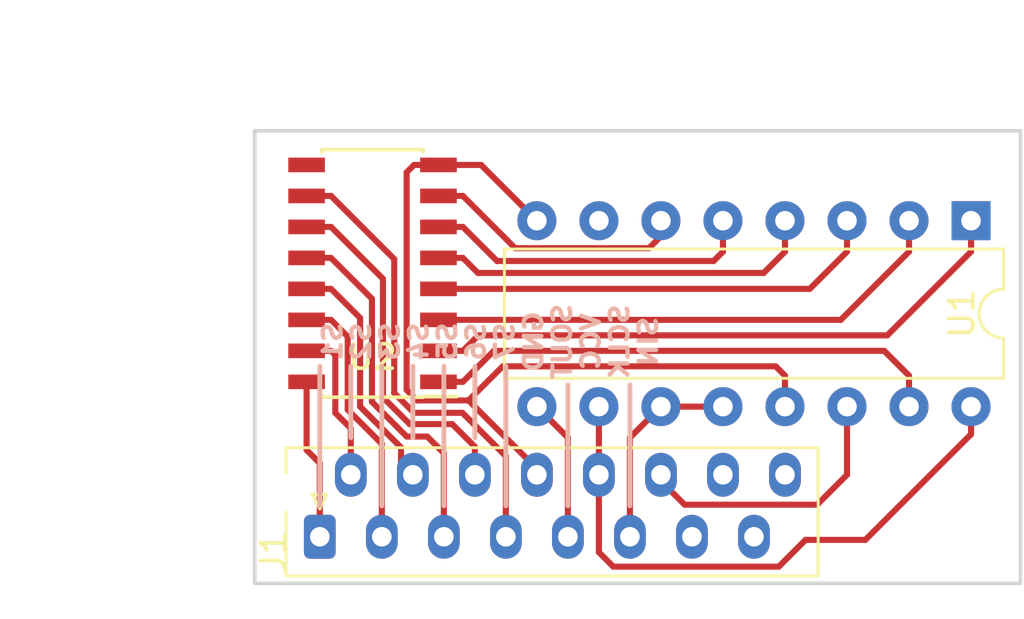
<source format=kicad_pcb>
(kicad_pcb (version 20171130) (host pcbnew 5.0.2+dfsg1-1)

  (general
    (thickness 1.6)
    (drawings 16)
    (tracks 112)
    (zones 0)
    (modules 3)
    (nets 20)
  )

  (page A4)
  (layers
    (0 F.Cu signal)
    (31 B.Cu signal)
    (32 B.Adhes user)
    (33 F.Adhes user)
    (34 B.Paste user)
    (35 F.Paste user)
    (36 B.SilkS user)
    (37 F.SilkS user)
    (38 B.Mask user)
    (39 F.Mask user)
    (40 Dwgs.User user)
    (41 Cmts.User user)
    (42 Eco1.User user)
    (43 Eco2.User user)
    (44 Edge.Cuts user)
    (45 Margin user)
    (46 B.CrtYd user)
    (47 F.CrtYd user)
    (48 B.Fab user)
    (49 F.Fab user)
  )

  (setup
    (last_trace_width 0.25)
    (trace_clearance 0.2)
    (zone_clearance 0.508)
    (zone_45_only no)
    (trace_min 0.2)
    (segment_width 0.2)
    (edge_width 0.15)
    (via_size 0.8)
    (via_drill 0.4)
    (via_min_size 0.4)
    (via_min_drill 0.3)
    (uvia_size 0.3)
    (uvia_drill 0.1)
    (uvias_allowed no)
    (uvia_min_size 0.2)
    (uvia_min_drill 0.1)
    (pcb_text_width 0.3)
    (pcb_text_size 1.5 1.5)
    (mod_edge_width 0.15)
    (mod_text_size 1 1)
    (mod_text_width 0.15)
    (pad_size 1.524 1.524)
    (pad_drill 0.762)
    (pad_to_mask_clearance 0.051)
    (solder_mask_min_width 0.25)
    (aux_axis_origin 0 0)
    (visible_elements FFFFFF7F)
    (pcbplotparams
      (layerselection 0x010fc_ffffffff)
      (usegerberextensions false)
      (usegerberattributes false)
      (usegerberadvancedattributes false)
      (creategerberjobfile false)
      (excludeedgelayer true)
      (linewidth 0.100000)
      (plotframeref false)
      (viasonmask false)
      (mode 1)
      (useauxorigin false)
      (hpglpennumber 1)
      (hpglpenspeed 20)
      (hpglpendiameter 15.000000)
      (psnegative false)
      (psa4output false)
      (plotreference true)
      (plotvalue true)
      (plotinvisibletext false)
      (padsonsilk false)
      (subtractmaskfromsilk false)
      (outputformat 1)
      (mirror false)
      (drillshape 1)
      (scaleselection 1)
      (outputdirectory ""))
  )

  (net 0 "")
  (net 1 /S1)
  (net 2 /S3)
  (net 3 /S5)
  (net 4 /S7)
  (net 5 /VCC)
  (net 6 /SCLK)
  (net 7 /S2)
  (net 8 /S4)
  (net 9 /S6)
  (net 10 /GND)
  (net 11 /SIN)
  (net 12 /SOUT)
  (net 13 "Net-(U1-Pad1)")
  (net 14 "Net-(U1-Pad2)")
  (net 15 "Net-(U1-Pad3)")
  (net 16 "Net-(U1-Pad4)")
  (net 17 "Net-(U1-Pad5)")
  (net 18 "Net-(U1-Pad6)")
  (net 19 "Net-(U1-Pad15)")

  (net_class Default "Ceci est la Netclass par défaut."
    (clearance 0.2)
    (trace_width 0.25)
    (via_dia 0.8)
    (via_drill 0.4)
    (uvia_dia 0.3)
    (uvia_drill 0.1)
    (add_net /GND)
    (add_net /S1)
    (add_net /S2)
    (add_net /S3)
    (add_net /S4)
    (add_net /S5)
    (add_net /S6)
    (add_net /S7)
    (add_net /SCLK)
    (add_net /SIN)
    (add_net /SOUT)
    (add_net /VCC)
    (add_net "Net-(U1-Pad1)")
    (add_net "Net-(U1-Pad15)")
    (add_net "Net-(U1-Pad2)")
    (add_net "Net-(U1-Pad3)")
    (add_net "Net-(U1-Pad4)")
    (add_net "Net-(U1-Pad5)")
    (add_net "Net-(U1-Pad6)")
  )

  (module Package_DIP:DIP-16_W7.62mm (layer F.Cu) (tedit 5A02E8C5) (tstamp 5EAC2E1C)
    (at 48.768 31.623 270)
    (descr "16-lead though-hole mounted DIP package, row spacing 7.62 mm (300 mils)")
    (tags "THT DIP DIL PDIP 2.54mm 7.62mm 300mil")
    (path /5E9F2D6B)
    (fp_text reference U1 (at 3.81 0.381 270) (layer F.SilkS)
      (effects (font (size 1 1) (thickness 0.15)))
    )
    (fp_text value 74HC595 (at 3.683 14.351) (layer F.Fab)
      (effects (font (size 1 1) (thickness 0.15)))
    )
    (fp_arc (start 3.81 -1.33) (end 2.81 -1.33) (angle -180) (layer F.SilkS) (width 0.12))
    (fp_line (start 1.635 -1.27) (end 6.985 -1.27) (layer F.Fab) (width 0.1))
    (fp_line (start 6.985 -1.27) (end 6.985 19.05) (layer F.Fab) (width 0.1))
    (fp_line (start 6.985 19.05) (end 0.635 19.05) (layer F.Fab) (width 0.1))
    (fp_line (start 0.635 19.05) (end 0.635 -0.27) (layer F.Fab) (width 0.1))
    (fp_line (start 0.635 -0.27) (end 1.635 -1.27) (layer F.Fab) (width 0.1))
    (fp_line (start 2.81 -1.33) (end 1.16 -1.33) (layer F.SilkS) (width 0.12))
    (fp_line (start 1.16 -1.33) (end 1.16 19.11) (layer F.SilkS) (width 0.12))
    (fp_line (start 1.16 19.11) (end 6.46 19.11) (layer F.SilkS) (width 0.12))
    (fp_line (start 6.46 19.11) (end 6.46 -1.33) (layer F.SilkS) (width 0.12))
    (fp_line (start 6.46 -1.33) (end 4.81 -1.33) (layer F.SilkS) (width 0.12))
    (fp_line (start -1.1 -1.55) (end -1.1 19.3) (layer F.CrtYd) (width 0.05))
    (fp_line (start -1.1 19.3) (end 8.7 19.3) (layer F.CrtYd) (width 0.05))
    (fp_line (start 8.7 19.3) (end 8.7 -1.55) (layer F.CrtYd) (width 0.05))
    (fp_line (start 8.7 -1.55) (end -1.1 -1.55) (layer F.CrtYd) (width 0.05))
    (fp_text user %R (at 3.556 9.398) (layer F.Fab)
      (effects (font (size 1 1) (thickness 0.15)))
    )
    (pad 1 thru_hole rect (at 0 0 270) (size 1.6 1.6) (drill 0.8) (layers *.Cu *.Mask)
      (net 13 "Net-(U1-Pad1)"))
    (pad 9 thru_hole oval (at 7.62 17.78 270) (size 1.6 1.6) (drill 0.8) (layers *.Cu *.Mask)
      (net 12 /SOUT))
    (pad 2 thru_hole oval (at 0 2.54 270) (size 1.6 1.6) (drill 0.8) (layers *.Cu *.Mask)
      (net 14 "Net-(U1-Pad2)"))
    (pad 10 thru_hole oval (at 7.62 15.24 270) (size 1.6 1.6) (drill 0.8) (layers *.Cu *.Mask)
      (net 5 /VCC))
    (pad 3 thru_hole oval (at 0 5.08 270) (size 1.6 1.6) (drill 0.8) (layers *.Cu *.Mask)
      (net 15 "Net-(U1-Pad3)"))
    (pad 11 thru_hole oval (at 7.62 12.7 270) (size 1.6 1.6) (drill 0.8) (layers *.Cu *.Mask)
      (net 6 /SCLK))
    (pad 4 thru_hole oval (at 0 7.62 270) (size 1.6 1.6) (drill 0.8) (layers *.Cu *.Mask)
      (net 16 "Net-(U1-Pad4)"))
    (pad 12 thru_hole oval (at 7.62 10.16 270) (size 1.6 1.6) (drill 0.8) (layers *.Cu *.Mask)
      (net 6 /SCLK))
    (pad 5 thru_hole oval (at 0 10.16 270) (size 1.6 1.6) (drill 0.8) (layers *.Cu *.Mask)
      (net 17 "Net-(U1-Pad5)"))
    (pad 13 thru_hole oval (at 7.62 7.62 270) (size 1.6 1.6) (drill 0.8) (layers *.Cu *.Mask)
      (net 10 /GND))
    (pad 6 thru_hole oval (at 0 12.7 270) (size 1.6 1.6) (drill 0.8) (layers *.Cu *.Mask)
      (net 18 "Net-(U1-Pad6)"))
    (pad 14 thru_hole oval (at 7.62 5.08 270) (size 1.6 1.6) (drill 0.8) (layers *.Cu *.Mask)
      (net 11 /SIN))
    (pad 7 thru_hole oval (at 0 15.24 270) (size 1.6 1.6) (drill 0.8) (layers *.Cu *.Mask))
    (pad 15 thru_hole oval (at 7.62 2.54 270) (size 1.6 1.6) (drill 0.8) (layers *.Cu *.Mask)
      (net 19 "Net-(U1-Pad15)"))
    (pad 8 thru_hole oval (at 0 17.78 270) (size 1.6 1.6) (drill 0.8) (layers *.Cu *.Mask)
      (net 10 /GND))
    (pad 16 thru_hole oval (at 7.62 0 270) (size 1.6 1.6) (drill 0.8) (layers *.Cu *.Mask)
      (net 5 /VCC))
    (model ${KISYS3DMOD}/Package_DIP.3dshapes/DIP-16_W7.62mm.wrl
      (at (xyz 0 0 0))
      (scale (xyz 1 1 1))
      (rotate (xyz 0 0 0))
    )
  )

  (module Package_SO:SOIC-16_3.9x9.9mm_P1.27mm (layer F.Cu) (tedit 5E9F3989) (tstamp 5EAC28C6)
    (at 24.257 33.782 180)
    (descr "16-Lead Plastic Small Outline (SL) - Narrow, 3.90 mm Body [SOIC] (see Microchip Packaging Specification 00000049BS.pdf)")
    (tags "SOIC 1.27")
    (path /5E9F2F28)
    (attr smd)
    (fp_text reference U2 (at 0 -3.429 180) (layer F.SilkS)
      (effects (font (size 1 1) (thickness 0.15)))
    )
    (fp_text value ULN2003 (at 0.889 1.016 270) (layer F.Fab)
      (effects (font (size 1 1) (thickness 0.15)))
    )
    (fp_text user %R (at -0.635 -0.254 270) (layer F.Fab)
      (effects (font (size 0.9 0.9) (thickness 0.135)))
    )
    (fp_line (start -0.95 -4.95) (end 1.95 -4.95) (layer F.Fab) (width 0.15))
    (fp_line (start 1.95 -4.95) (end 1.95 4.95) (layer F.Fab) (width 0.15))
    (fp_line (start 1.95 4.95) (end -1.95 4.95) (layer F.Fab) (width 0.15))
    (fp_line (start -1.95 4.95) (end -1.95 -3.95) (layer F.Fab) (width 0.15))
    (fp_line (start -1.95 -3.95) (end -0.95 -4.95) (layer F.Fab) (width 0.15))
    (fp_line (start -3.7 -5.25) (end -3.7 5.25) (layer F.CrtYd) (width 0.05))
    (fp_line (start 3.7 -5.25) (end 3.7 5.25) (layer F.CrtYd) (width 0.05))
    (fp_line (start -3.7 -5.25) (end 3.7 -5.25) (layer F.CrtYd) (width 0.05))
    (fp_line (start -3.7 5.25) (end 3.7 5.25) (layer F.CrtYd) (width 0.05))
    (fp_line (start -2.075 -5.075) (end -2.075 -5.05) (layer F.SilkS) (width 0.15))
    (fp_line (start 2.075 -5.075) (end 2.075 -4.97) (layer F.SilkS) (width 0.15))
    (fp_line (start 2.075 5.075) (end 2.075 4.97) (layer F.SilkS) (width 0.15))
    (fp_line (start -2.075 5.075) (end -2.075 4.97) (layer F.SilkS) (width 0.15))
    (fp_line (start -2.075 -5.075) (end 2.075 -5.075) (layer F.SilkS) (width 0.15))
    (fp_line (start -2.075 5.075) (end 2.075 5.075) (layer F.SilkS) (width 0.15))
    (fp_line (start -2.075 -5.05) (end -3.45 -5.05) (layer F.SilkS) (width 0.15))
    (pad 1 smd rect (at -2.7 -4.445 180) (size 1.5 0.6) (layers F.Cu F.Paste F.Mask)
      (net 19 "Net-(U1-Pad15)"))
    (pad 2 smd rect (at -2.7 -3.175 180) (size 1.5 0.6) (layers F.Cu F.Paste F.Mask)
      (net 13 "Net-(U1-Pad1)"))
    (pad 3 smd rect (at -2.7 -1.905 180) (size 1.5 0.6) (layers F.Cu F.Paste F.Mask)
      (net 14 "Net-(U1-Pad2)"))
    (pad 4 smd rect (at -2.7 -0.635 180) (size 1.5 0.6) (layers F.Cu F.Paste F.Mask)
      (net 15 "Net-(U1-Pad3)"))
    (pad 5 smd rect (at -2.7 0.635 180) (size 1.5 0.6) (layers F.Cu F.Paste F.Mask)
      (net 16 "Net-(U1-Pad4)"))
    (pad 6 smd rect (at -2.7 1.905 180) (size 1.5 0.6) (layers F.Cu F.Paste F.Mask)
      (net 17 "Net-(U1-Pad5)"))
    (pad 7 smd rect (at -2.7 3.175 180) (size 1.5 0.6) (layers F.Cu F.Paste F.Mask)
      (net 18 "Net-(U1-Pad6)"))
    (pad 8 smd rect (at -2.7 4.445 180) (size 1.5 0.6) (layers F.Cu F.Paste F.Mask)
      (net 10 /GND))
    (pad 9 smd rect (at 2.7 4.445 180) (size 1.5 0.6) (layers F.Cu F.Paste F.Mask))
    (pad 10 smd rect (at 2.7 3.175 180) (size 1.5 0.6) (layers F.Cu F.Paste F.Mask)
      (net 4 /S7))
    (pad 11 smd rect (at 2.7 1.905 180) (size 1.5 0.6) (layers F.Cu F.Paste F.Mask)
      (net 9 /S6))
    (pad 12 smd rect (at 2.7 0.635 180) (size 1.5 0.6) (layers F.Cu F.Paste F.Mask)
      (net 3 /S5))
    (pad 13 smd rect (at 2.7 -0.635 180) (size 1.5 0.6) (layers F.Cu F.Paste F.Mask)
      (net 8 /S4))
    (pad 14 smd rect (at 2.7 -1.905 180) (size 1.5 0.6) (layers F.Cu F.Paste F.Mask)
      (net 2 /S3))
    (pad 15 smd rect (at 2.7 -3.175 180) (size 1.5 0.6) (layers F.Cu F.Paste F.Mask)
      (net 7 /S2))
    (pad 16 smd rect (at 2.7 -4.445 180) (size 1.5 0.6) (layers F.Cu F.Paste F.Mask)
      (net 1 /S1))
    (model ${KISYS3DMOD}/Package_SO.3dshapes/SOIC-16_3.9x9.9mm_P1.27mm.wrl
      (at (xyz 0 0 0))
      (scale (xyz 1 1 1))
      (rotate (xyz 0 0 0))
    )
  )

  (module conn_te_micromatch:TE_MicroMatch_215750-0016_2x08_P1.27mm_Vertical (layer F.Cu) (tedit 5E9F481C) (tstamp 5ECA3085)
    (at 22.098 44.577 90)
    (descr "TE Connectivity MicroMatch")
    (tags "connector AMP TE MicroMatch side entry")
    (path /5E9F30D8)
    (fp_text reference J1 (at -0.635 -1.905 270) (layer F.SilkS)
      (effects (font (size 1 1) (thickness 0.15)))
    )
    (fp_text value Conn_01x12_Male (at -2.54 8.89 180) (layer F.Fab)
      (effects (font (size 1 1) (thickness 0.15)))
    )
    (fp_line (start -1.48 -1.27) (end 3.52 -1.27) (layer F.Fab) (width 0.1))
    (fp_line (start -1.61 -1.38) (end 3.65 -1.38) (layer F.SilkS) (width 0.12))
    (fp_line (start 3.52 -1.27) (end 3.52 20.3) (layer F.Fab) (width 0.1))
    (fp_line (start 3.65 -1.38) (end 3.65 20.41) (layer F.SilkS) (width 0.12))
    (fp_line (start 3.52 20.3) (end -1.48 20.3) (layer F.Fab) (width 0.1))
    (fp_line (start 3.65 20.41) (end -1.61 20.41) (layer F.SilkS) (width 0.12))
    (fp_line (start -1.48 -1.27) (end -1.48 -0.5) (layer F.Fab) (width 0.1))
    (fp_line (start -1.48 -0.5) (end -0.98 0) (layer F.Fab) (width 0.1))
    (fp_line (start -0.98 0) (end -1.48 0.5) (layer F.Fab) (width 0.1))
    (fp_line (start -1.48 0.5) (end -1.48 20.3) (layer F.Fab) (width 0.1))
    (fp_line (start -1.61 -1.38) (end -1.61 20.4) (layer F.SilkS) (width 0.12))
    (fp_line (start 1.145 0) (end 1.745 0.3) (layer F.SilkS) (width 0.12))
    (fp_line (start 1.745 0.3) (end 1.745 -0.3) (layer F.SilkS) (width 0.12))
    (fp_line (start 1.745 -0.3) (end 1.145 0) (layer F.SilkS) (width 0.12))
    (fp_text user %R (at -0.635 -1.905 90) (layer F.Fab)
      (effects (font (size 1 1) (thickness 0.15)))
    )
    (pad 1 thru_hole roundrect (at 0 0 90) (size 1.8 1.3) (drill 0.8) (layers *.Cu *.Mask) (roundrect_rratio 0.192308)
      (net 1 /S1))
    (pad 3 thru_hole oval (at 0 2.54 90) (size 1.8 1.3) (drill 0.8) (layers *.Cu *.Mask)
      (net 2 /S3))
    (pad 5 thru_hole oval (at 0 5.08 90) (size 1.8 1.3) (drill 0.8) (layers *.Cu *.Mask)
      (net 3 /S5))
    (pad 7 thru_hole oval (at 0 7.62 90) (size 1.8 1.3) (drill 0.8) (layers *.Cu *.Mask)
      (net 4 /S7))
    (pad 9 thru_hole oval (at 0 10.16 90) (size 1.8 1.3) (drill 0.8) (layers *.Cu *.Mask)
      (net 12 /SOUT))
    (pad 11 thru_hole oval (at 0 12.7 90) (size 1.8 1.3) (drill 0.8) (layers *.Cu *.Mask)
      (net 6 /SCLK))
    (pad 13 thru_hole oval (at 0 15.24 90) (size 1.8 1.3) (drill 0.8) (layers *.Cu *.Mask))
    (pad 15 thru_hole oval (at 0 17.78 90) (size 1.8 1.3) (drill 0.8) (layers *.Cu *.Mask))
    (pad 2 thru_hole oval (at 2.54 1.27 90) (size 1.8 1.3) (drill 0.8) (layers *.Cu *.Mask)
      (net 7 /S2))
    (pad 4 thru_hole oval (at 2.54 3.81 90) (size 1.8 1.3) (drill 0.8) (layers *.Cu *.Mask)
      (net 8 /S4))
    (pad 6 thru_hole oval (at 2.54 6.35 90) (size 1.8 1.3) (drill 0.8) (layers *.Cu *.Mask)
      (net 9 /S6))
    (pad 8 thru_hole oval (at 2.54 8.89 90) (size 1.8 1.3) (drill 0.8) (layers *.Cu *.Mask)
      (net 10 /GND))
    (pad 10 thru_hole oval (at 2.54 11.43 90) (size 1.8 1.3) (drill 0.8) (layers *.Cu *.Mask)
      (net 5 /VCC))
    (pad 12 thru_hole oval (at 2.54 13.97 90) (size 1.8 1.3) (drill 0.8) (layers *.Cu *.Mask)
      (net 11 /SIN))
    (pad 14 thru_hole oval (at 2.54 16.51 90) (size 1.8 1.3) (drill 0.8) (layers *.Cu *.Mask))
    (pad 16 thru_hole oval (at 2.54 19.05 90) (size 1.8 1.3) (drill 0.8) (layers *.Cu *.Mask))
    (pad "" np_thru_hole circle (at 1.8 -1.4 90) (size 1.5 1.5) (drill 1.5) (layers *.Cu *.Mask))
    (model ${KISYS3DMOD}/Connector_Molex.3dshapes/Molex_Picoflex_90325-0016_2x08_P1.27mm_Vertical.wrl
      (at (xyz 0 0 0))
      (scale (xyz 1 1 1))
      (rotate (xyz 0 0 0))
    )
  )

  (dimension 31.369 (width 0.3) (layer Cmts.User)
    (gr_text "31,369 mm" (at 35.1155 23.681) (layer Cmts.User)
      (effects (font (size 1.5 1.5) (thickness 0.3)))
    )
    (feature1 (pts (xy 50.8 27.94) (xy 50.8 25.194579)))
    (feature2 (pts (xy 19.431 27.94) (xy 19.431 25.194579)))
    (crossbar (pts (xy 19.431 25.781) (xy 50.8 25.781)))
    (arrow1a (pts (xy 50.8 25.781) (xy 49.673496 26.367421)))
    (arrow1b (pts (xy 50.8 25.781) (xy 49.673496 25.194579)))
    (arrow2a (pts (xy 19.431 25.781) (xy 20.557504 26.367421)))
    (arrow2b (pts (xy 19.431 25.781) (xy 20.557504 25.194579)))
  )
  (gr_line (start 23.368 40.513) (end 23.368 37.592) (layer B.SilkS) (width 0.2))
  (gr_line (start 22.098 43.307) (end 22.098 37.592) (layer B.SilkS) (width 0.2))
  (gr_line (start 27.178 43.307) (end 27.178 37.592) (layer B.SilkS) (width 0.2))
  (dimension 18.542 (width 0.3) (layer Cmts.User)
    (gr_text "18,542 mm" (at 14.537 37.211 270) (layer Cmts.User)
      (effects (font (size 1.5 1.5) (thickness 0.3)))
    )
    (feature1 (pts (xy 20.066 46.482) (xy 16.050579 46.482)))
    (feature2 (pts (xy 20.066 27.94) (xy 16.050579 27.94)))
    (crossbar (pts (xy 16.637 27.94) (xy 16.637 46.482)))
    (arrow1a (pts (xy 16.637 46.482) (xy 16.050579 45.355496)))
    (arrow1b (pts (xy 16.637 46.482) (xy 17.223421 45.355496)))
    (arrow2a (pts (xy 16.637 27.94) (xy 16.050579 29.066504)))
    (arrow2b (pts (xy 16.637 27.94) (xy 17.223421 29.066504)))
  )
  (gr_line (start 34.798 43.307) (end 34.798 38.354) (layer B.SilkS) (width 0.2))
  (gr_line (start 32.258 43.307) (end 32.258 38.354) (layer B.SilkS) (width 0.2))
  (gr_line (start 29.718 43.307) (end 29.718 37.592) (layer B.SilkS) (width 0.2))
  (gr_line (start 28.448 40.513) (end 28.448 37.592) (layer B.SilkS) (width 0.2))
  (gr_line (start 25.908 40.513) (end 25.908 37.592) (layer B.SilkS) (width 0.2))
  (gr_line (start 24.638 37.592) (end 24.638 43.307) (layer B.SilkS) (width 0.2))
  (gr_text "S1\nS2\nS3\nS4\nS5\nS6\nS7\nGND\nSOUT\nVCC\nSCLK\nSIN" (at 29.083 36.576 90) (layer B.SilkS)
    (effects (font (size 0.73 0.8) (thickness 0.175)) (justify mirror))
  )
  (gr_line (start 19.431 46.482) (end 50.8 46.482) (layer Edge.Cuts) (width 0.15))
  (gr_line (start 19.431 27.94) (end 19.431 46.482) (layer Edge.Cuts) (width 0.15))
  (gr_line (start 50.8 27.94) (end 19.431 27.94) (layer Edge.Cuts) (width 0.15))
  (gr_line (start 50.8 46.482) (end 50.8 27.94) (layer Edge.Cuts) (width 0.15))

  (segment (start 22.098 44.577) (end 22.098 41.562) (width 0.25) (layer F.Cu) (net 1))
  (segment (start 22.098 41.562) (end 21.557 41.021) (width 0.25) (layer F.Cu) (net 1))
  (segment (start 21.557 38.227) (end 21.557 41.021) (width 0.25) (layer F.Cu) (net 1))
  (segment (start 24.638 40.76841) (end 24.638 44.577) (width 0.25) (layer F.Cu) (net 2))
  (segment (start 23.241 39.37141) (end 24.638 40.76841) (width 0.25) (layer F.Cu) (net 2))
  (segment (start 23.241 36.371) (end 23.241 39.37141) (width 0.25) (layer F.Cu) (net 2))
  (segment (start 22.557 35.687) (end 23.241 36.371) (width 0.25) (layer F.Cu) (net 2))
  (segment (start 21.557 35.687) (end 22.557 35.687) (width 0.25) (layer F.Cu) (net 2))
  (segment (start 27.178 41.148) (end 27.178 44.577) (width 0.25) (layer F.Cu) (net 3))
  (segment (start 21.557 33.147) (end 22.557 33.147) (width 0.25) (layer F.Cu) (net 3))
  (segment (start 22.557 33.147) (end 24.234168 34.824168) (width 0.25) (layer F.Cu) (net 3))
  (segment (start 26.498232 40.468232) (end 27.178 41.148) (width 0.25) (layer F.Cu) (net 3))
  (segment (start 24.234168 34.824168) (end 24.234168 39.0484) (width 0.25) (layer F.Cu) (net 3))
  (segment (start 24.234168 39.0484) (end 25.654 40.468232) (width 0.25) (layer F.Cu) (net 3))
  (segment (start 25.654 40.468232) (end 26.498232 40.468232) (width 0.25) (layer F.Cu) (net 3))
  (segment (start 29.718 41.275) (end 29.718 44.577) (width 0.25) (layer F.Cu) (net 4))
  (segment (start 21.557 30.607) (end 22.557 30.607) (width 0.25) (layer F.Cu) (net 4))
  (segment (start 25.955588 39.497) (end 27.94 39.497) (width 0.25) (layer F.Cu) (net 4))
  (segment (start 27.94 39.497) (end 29.718 41.275) (width 0.25) (layer F.Cu) (net 4))
  (segment (start 22.557 30.607) (end 25.146 33.196) (width 0.25) (layer F.Cu) (net 4))
  (segment (start 25.146 33.196) (end 25.146 38.687412) (width 0.25) (layer F.Cu) (net 4))
  (segment (start 25.146 38.687412) (end 25.955588 39.497) (width 0.25) (layer F.Cu) (net 4))
  (segment (start 33.528 40.37437) (end 33.528 42.037) (width 0.25) (layer F.Cu) (net 5))
  (segment (start 33.528 39.243) (end 33.528 40.37437) (width 0.25) (layer F.Cu) (net 5))
  (segment (start 33.528 44.935872) (end 33.528 42.037) (width 0.25) (layer F.Cu) (net 5))
  (segment (start 33.528 45.212) (end 33.528 44.935872) (width 0.25) (layer F.Cu) (net 5))
  (segment (start 48.768 39.243) (end 48.768 40.37437) (width 0.25) (layer F.Cu) (net 5))
  (segment (start 41.99201 44.704) (end 40.894 45.80201) (width 0.25) (layer F.Cu) (net 5))
  (segment (start 48.768 40.37437) (end 44.43837 44.704) (width 0.25) (layer F.Cu) (net 5))
  (segment (start 44.43837 44.704) (end 41.99201 44.704) (width 0.25) (layer F.Cu) (net 5))
  (segment (start 40.894 45.80201) (end 34.11801 45.80201) (width 0.25) (layer F.Cu) (net 5))
  (segment (start 34.11801 45.80201) (end 33.528 45.212) (width 0.25) (layer F.Cu) (net 5))
  (segment (start 37.19937 39.243) (end 38.608 39.243) (width 0.25) (layer F.Cu) (net 6))
  (segment (start 36.068 39.243) (end 37.19937 39.243) (width 0.25) (layer F.Cu) (net 6))
  (segment (start 25.957 29.337) (end 25.654 29.64) (width 0.25) (layer F.Cu) (net 10))
  (segment (start 26.957 29.337) (end 25.957 29.337) (width 0.25) (layer F.Cu) (net 10))
  (segment (start 25.654 38.559002) (end 26.083998 38.989) (width 0.25) (layer F.Cu) (net 10))
  (segment (start 25.654 29.64) (end 25.654 38.559002) (width 0.25) (layer F.Cu) (net 10))
  (segment (start 30.988 41.787) (end 30.988 42.037) (width 0.25) (layer F.Cu) (net 10))
  (segment (start 28.19 38.989) (end 30.988 41.787) (width 0.25) (layer F.Cu) (net 10))
  (segment (start 26.083998 38.989) (end 28.19 38.989) (width 0.25) (layer F.Cu) (net 10))
  (segment (start 28.702 29.337) (end 30.988 31.623) (width 0.25) (layer F.Cu) (net 10))
  (segment (start 26.957 29.337) (end 28.702 29.337) (width 0.25) (layer F.Cu) (net 10))
  (segment (start 34.798 44.577) (end 35.156872 44.577) (width 0.25) (layer F.Cu) (net 6))
  (segment (start 34.798 40.513) (end 36.068 39.243) (width 0.25) (layer F.Cu) (net 6))
  (segment (start 34.798 44.577) (end 34.798 40.513) (width 0.25) (layer F.Cu) (net 6))
  (segment (start 22.557 36.957) (end 21.557 36.957) (width 0.25) (layer F.Cu) (net 7))
  (segment (start 22.733 37.133) (end 22.557 36.957) (width 0.25) (layer F.Cu) (net 7))
  (segment (start 23.368 40.13482) (end 22.733 39.49982) (width 0.25) (layer F.Cu) (net 7))
  (segment (start 22.733 39.49982) (end 22.733 37.133) (width 0.25) (layer F.Cu) (net 7))
  (segment (start 23.368 42.037) (end 23.368 40.13482) (width 0.25) (layer F.Cu) (net 7))
  (segment (start 25.424241 41.553241) (end 25.908 42.037) (width 0.25) (layer F.Cu) (net 8))
  (segment (start 25.424241 40.918241) (end 25.424241 41.553241) (width 0.25) (layer F.Cu) (net 8))
  (segment (start 23.749 39.243) (end 25.424241 40.918241) (width 0.25) (layer F.Cu) (net 8))
  (segment (start 23.749 35.609) (end 23.749 39.243) (width 0.25) (layer F.Cu) (net 8))
  (segment (start 22.557 34.417) (end 23.749 35.609) (width 0.25) (layer F.Cu) (net 8))
  (segment (start 21.557 34.417) (end 22.557 34.417) (width 0.25) (layer F.Cu) (net 8))
  (segment (start 28.448 40.887) (end 28.448 42.037) (width 0.25) (layer F.Cu) (net 9))
  (segment (start 21.557 31.877) (end 22.557 31.877) (width 0.25) (layer F.Cu) (net 9))
  (segment (start 22.557 31.877) (end 24.684178 34.004178) (width 0.25) (layer F.Cu) (net 9))
  (segment (start 24.684178 34.004178) (end 24.684178 38.862) (width 0.25) (layer F.Cu) (net 9))
  (segment (start 24.684178 38.862) (end 25.781 39.958822) (width 0.25) (layer F.Cu) (net 9))
  (segment (start 25.781 39.958822) (end 27.519822 39.958822) (width 0.25) (layer F.Cu) (net 9))
  (segment (start 27.519822 39.958822) (end 28.448 40.887) (width 0.25) (layer F.Cu) (net 9))
  (segment (start 41.148 37.973) (end 41.148 39.243) (width 0.25) (layer F.Cu) (net 10))
  (segment (start 40.767 37.592) (end 41.148 37.973) (width 0.25) (layer F.Cu) (net 10))
  (segment (start 29.587 37.592) (end 40.767 37.592) (width 0.25) (layer F.Cu) (net 10))
  (segment (start 28.19 38.989) (end 29.587 37.592) (width 0.25) (layer F.Cu) (net 10))
  (segment (start 43.688 40.37437) (end 43.688 39.243) (width 0.25) (layer F.Cu) (net 11))
  (segment (start 42.46299 43.26201) (end 43.688 42.037) (width 0.25) (layer F.Cu) (net 11))
  (segment (start 37.03901 43.26201) (end 42.46299 43.26201) (width 0.25) (layer F.Cu) (net 11))
  (segment (start 43.688 42.037) (end 43.688 40.37437) (width 0.25) (layer F.Cu) (net 11))
  (segment (start 36.068 42.037) (end 36.068 42.291) (width 0.25) (layer F.Cu) (net 11))
  (segment (start 36.068 42.291) (end 37.03901 43.26201) (width 0.25) (layer F.Cu) (net 11))
  (segment (start 32.258 40.513) (end 32.258 44.577) (width 0.25) (layer F.Cu) (net 12))
  (segment (start 30.988 39.243) (end 32.258 40.513) (width 0.25) (layer F.Cu) (net 12))
  (segment (start 45.339 36.322) (end 48.768 32.893) (width 0.25) (layer F.Cu) (net 13))
  (segment (start 48.768 32.893) (end 48.768 31.623) (width 0.25) (layer F.Cu) (net 13))
  (segment (start 28.592 36.322) (end 45.339 36.322) (width 0.25) (layer F.Cu) (net 13))
  (segment (start 27.957 36.957) (end 28.592 36.322) (width 0.25) (layer F.Cu) (net 13))
  (segment (start 26.957 36.957) (end 27.957 36.957) (width 0.25) (layer F.Cu) (net 13))
  (segment (start 46.228 32.893) (end 46.228 31.623) (width 0.25) (layer F.Cu) (net 14))
  (segment (start 43.434 35.687) (end 46.228 32.893) (width 0.25) (layer F.Cu) (net 14))
  (segment (start 26.957 35.687) (end 43.434 35.687) (width 0.25) (layer F.Cu) (net 14))
  (segment (start 26.957 34.417) (end 27.432 34.417) (width 0.25) (layer F.Cu) (net 15))
  (segment (start 43.688 32.893) (end 43.688 31.623) (width 0.25) (layer F.Cu) (net 15))
  (segment (start 42.164 34.417) (end 43.688 32.893) (width 0.25) (layer F.Cu) (net 15))
  (segment (start 26.957 34.417) (end 42.164 34.417) (width 0.25) (layer F.Cu) (net 15))
  (segment (start 41.148 32.75437) (end 41.148 31.623) (width 0.25) (layer F.Cu) (net 16))
  (segment (start 41.148 32.893) (end 41.148 32.75437) (width 0.25) (layer F.Cu) (net 16))
  (segment (start 40.276 33.765) (end 41.148 32.893) (width 0.25) (layer F.Cu) (net 16))
  (segment (start 28.575 33.765) (end 40.276 33.765) (width 0.25) (layer F.Cu) (net 16))
  (segment (start 26.957 33.147) (end 27.957 33.147) (width 0.25) (layer F.Cu) (net 16))
  (segment (start 27.957 33.147) (end 28.575 33.765) (width 0.25) (layer F.Cu) (net 16))
  (segment (start 26.957 31.877) (end 27.407 31.877) (width 0.25) (layer F.Cu) (net 17))
  (segment (start 38.608 32.893) (end 38.608 31.623) (width 0.25) (layer F.Cu) (net 17))
  (segment (start 38.227 33.274) (end 38.608 32.893) (width 0.25) (layer F.Cu) (net 17))
  (segment (start 29.354 33.274) (end 38.227 33.274) (width 0.25) (layer F.Cu) (net 17))
  (segment (start 27.957 31.877) (end 29.354 33.274) (width 0.25) (layer F.Cu) (net 17))
  (segment (start 26.957 31.877) (end 27.957 31.877) (width 0.25) (layer F.Cu) (net 17))
  (segment (start 26.957 30.607) (end 27.407 30.607) (width 0.25) (layer F.Cu) (net 18))
  (segment (start 27.957 30.607) (end 26.957 30.607) (width 0.25) (layer F.Cu) (net 18))
  (segment (start 35.577999 32.748001) (end 30.098001 32.748001) (width 0.25) (layer F.Cu) (net 18))
  (segment (start 30.098001 32.748001) (end 27.957 30.607) (width 0.25) (layer F.Cu) (net 18))
  (segment (start 36.068 32.258) (end 35.577999 32.748001) (width 0.25) (layer F.Cu) (net 18))
  (segment (start 36.068 31.623) (end 36.068 32.258) (width 0.25) (layer F.Cu) (net 18))
  (segment (start 26.957 38.227) (end 27.407 38.227) (width 0.25) (layer F.Cu) (net 19))
  (segment (start 27.957 38.227) (end 26.957 38.227) (width 0.25) (layer F.Cu) (net 19))
  (segment (start 29.227 36.957) (end 27.957 38.227) (width 0.25) (layer F.Cu) (net 19))
  (segment (start 45.212 36.957) (end 29.227 36.957) (width 0.25) (layer F.Cu) (net 19))
  (segment (start 46.228 37.973) (end 45.212 36.957) (width 0.25) (layer F.Cu) (net 19))
  (segment (start 46.228 39.243) (end 46.228 37.973) (width 0.25) (layer F.Cu) (net 19))

)

</source>
